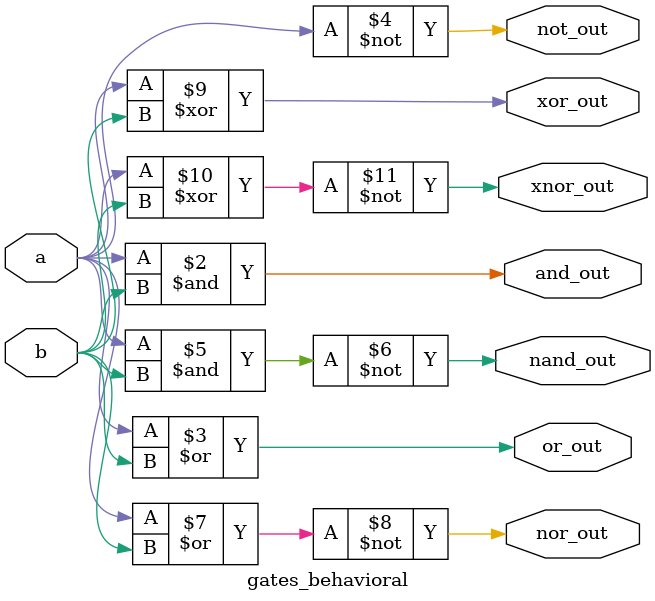
<source format=v>

module gates_gatelevel(input a, b,
                       output and_out, or_out, not_out, nand_out, nor_out, xor_out, xnor_out);

    and  g1(and_out, a, b);   // AND gate
    or   g2(or_out, a, b);    // OR gate
    not  g3(not_out, a);      // NOT gate
    nand g4(nand_out, a, b);  // NAND gate
    nor  g5(nor_out, a, b);   // NOR gate
    xor  g6(xor_out, a, b);   // XOR gate
    xnor g7(xnor_out, a, b);  // XNOR gate

endmodule

//Dataflow Modeling
module logic_gates( input a, b,
    output and_out, or_out, not_out, nand_out, nor_out, xor_out, xnor_out);

    assign and_out  = a & b;    // AND gate
    assign or_out   = a | b;    // OR gate
    assign not_out  = ~a;       // NOT gate 
    assign nand_out = ~(a & b); // NAND gate
    assign nor_out  = ~(a | b); // NOR gate
    assign xor_out  = a ^ b;    // XOR gate
    assign xnor_out = ~(a ^ b); // XNOR gate

endmodule

//Behavioral Modeling

module gates_behavioral(input a, b,
                        output reg and_out, or_out, not_out, nand_out, nor_out, xor_out, xnor_out);

    always @ (a or b) begin
        and_out  = a & b;
        or_out   = a | b;
        not_out  = ~a;
        nand_out = ~(a & b);
        nor_out  = ~(a | b);
        xor_out  = a ^ b;
        xnor_out = ~(a ^ b);
    end

endmodule

</source>
